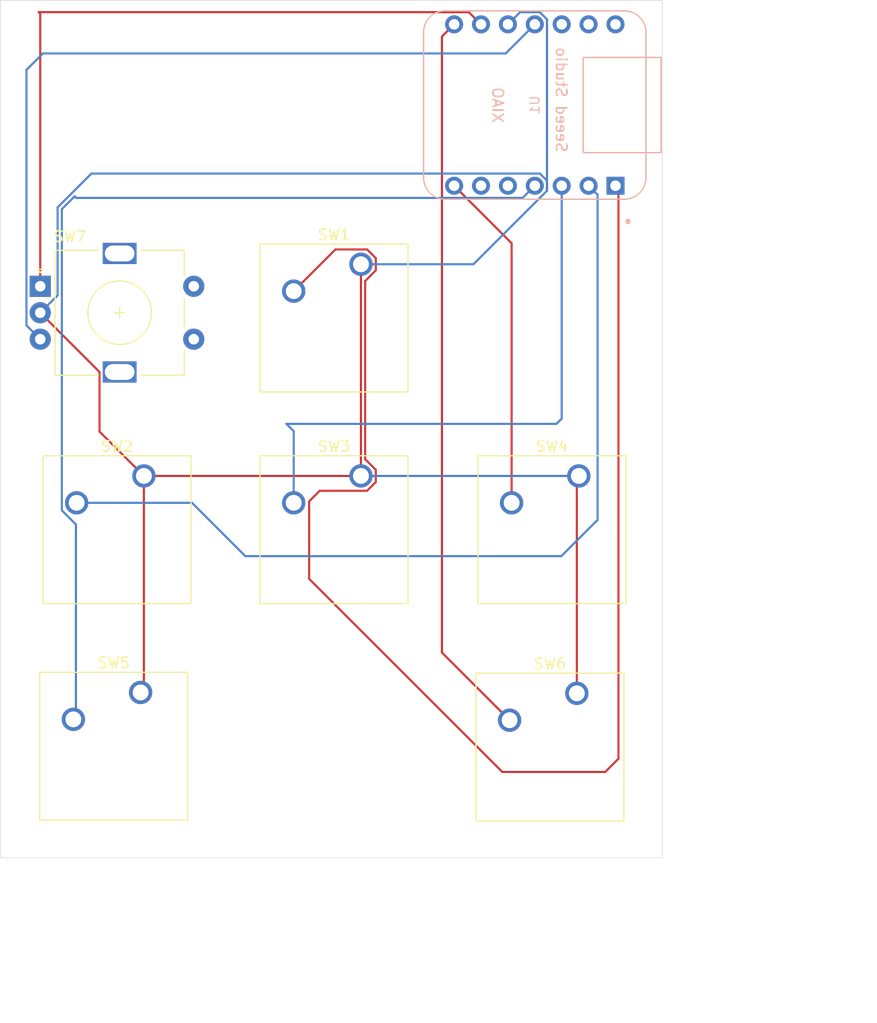
<source format=kicad_pcb>
(kicad_pcb (version 20240108) (generator "pcbnew") (generator_version "8.0")
  (layers (0 "F.Cu" signal) (31 "B.Cu" signal) (34 "B.Paste" user) (35 "F.Paste" user) (36 "B.SilkS" user "B.Silkscreen") (37 "F.SilkS" user "F.Silkscreen") (38 "B.Mask" user) (39 "F.Mask" user) (44 "Edge.Cuts" user))
  (net 0 "")
  (net 1 "GND")
  (net 2 "1")
  (net 3 "2")
  (net 4 "3")
  (net 5 "5")
  (net 6 "4")
  (net 7 "6")
  (net 8 "B")
  (net 9 "A")
  (footprint "Button_Switch_Keyboard:SW_Cherry_MX_1.00u_PCB" (layer "F.Cu") (at 102.23 135.88)
    (property "Reference" "SW5" (at -2.54 -2.794 0) (layer "F.SilkS"))
    (property "Value" "SW_Push")
    (fp_line (start -9.525 -1.905) (end 4.445 -1.905) (stroke (width 0.12)) (layer "F.SilkS"))
    (fp_line (start -9.525 12.065) (end -9.525 -1.905) (stroke (width 0.12)) (layer "F.SilkS"))
    (fp_line (start 4.445 -1.905) (end 4.445 12.065) (stroke (width 0.12)) (layer "F.SilkS"))
    (fp_line (start 4.445 12.065) (end -9.525 12.065) (stroke (width 0.12)) (layer "F.SilkS"))
    (pad "" np_thru_hole circle (at -7.62 5.08) (size 1.7 1.7) (drill 1.7) (layers "*.Cu" "*.Mask"))
    (pad "" np_thru_hole circle (at -2.54 5.08) (size 4 4) (drill 4) (layers "*.Cu" "*.Mask"))
    (pad "" np_thru_hole circle (at 2.54 5.08) (size 1.7 1.7) (drill 1.7) (layers "*.Cu" "*.Mask"))
    (pad "1" thru_hole circle (at 0 0) (size 2.2 2.2) (drill 1.5) (layers "*.Cu" "*.Mask") (net 1 "GND"))
    (pad "2" thru_hole circle (at -6.35 2.54) (size 2.2 2.2) (drill 1.5) (layers "*.Cu" "*.Mask") (net 6 "4"))
  )
  (footprint "Button_Switch_Keyboard:SW_Cherry_MX_1.00u_PCB" (layer "F.Cu") (at 143.43 135.96)
    (property "Reference" "SW6" (at -2.54 -2.794 0) (layer "F.SilkS"))
    (property "Value" "SW_Push")
    (fp_line (start -9.525 -1.905) (end 4.445 -1.905) (stroke (width 0.12)) (layer "F.SilkS"))
    (fp_line (start -9.525 12.065) (end -9.525 -1.905) (stroke (width 0.12)) (layer "F.SilkS"))
    (fp_line (start 4.445 -1.905) (end 4.445 12.065) (stroke (width 0.12)) (layer "F.SilkS"))
    (fp_line (start 4.445 12.065) (end -9.525 12.065) (stroke (width 0.12)) (layer "F.SilkS"))
    (pad "" np_thru_hole circle (at -7.62 5.08) (size 1.7 1.7) (drill 1.7) (layers "*.Cu" "*.Mask"))
    (pad "" np_thru_hole circle (at -2.54 5.08) (size 4 4) (drill 4) (layers "*.Cu" "*.Mask"))
    (pad "" np_thru_hole circle (at 2.54 5.08) (size 1.7 1.7) (drill 1.7) (layers "*.Cu" "*.Mask"))
    (pad "1" thru_hole circle (at 0 0) (size 2.2 2.2) (drill 1.5) (layers "*.Cu" "*.Mask") (net 1 "GND"))
    (pad "2" thru_hole circle (at -6.35 2.54) (size 2.2 2.2) (drill 1.5) (layers "*.Cu" "*.Mask") (net 7 "6"))
  )
  (footprint "Button_Switch_Keyboard:SW_Cherry_MX_1.00u_PCB" (layer "F.Cu") (at 102.54 115.42)
    (property "Reference" "SW2" (at -2.54 -2.794 0) (layer "F.SilkS"))
    (property "Value" "SW_Push")
    (fp_line (start -9.525 -1.905) (end 4.445 -1.905) (stroke (width 0.12)) (layer "F.SilkS"))
    (fp_line (start -9.525 12.065) (end -9.525 -1.905) (stroke (width 0.12)) (layer "F.SilkS"))
    (fp_line (start 4.445 -1.905) (end 4.445 12.065) (stroke (width 0.12)) (layer "F.SilkS"))
    (fp_line (start 4.445 12.065) (end -9.525 12.065) (stroke (width 0.12)) (layer "F.SilkS"))
    (pad "" np_thru_hole circle (at -7.62 5.08) (size 1.7 1.7) (drill 1.7) (layers "*.Cu" "*.Mask"))
    (pad "" np_thru_hole circle (at -2.54 5.08) (size 4 4) (drill 4) (layers "*.Cu" "*.Mask"))
    (pad "" np_thru_hole circle (at 2.54 5.08) (size 1.7 1.7) (drill 1.7) (layers "*.Cu" "*.Mask"))
    (pad "1" thru_hole circle (at 0 0) (size 2.2 2.2) (drill 1.5) (layers "*.Cu" "*.Mask") (net 1 "GND"))
    (pad "2" thru_hole circle (at -6.35 2.54) (size 2.2 2.2) (drill 1.5) (layers "*.Cu" "*.Mask") (net 3 "2"))
  )
  (footprint "Button_Switch_Keyboard:SW_Cherry_MX_1.00u_PCB" (layer "F.Cu") (at 143.62 115.42)
    (property "Reference" "SW4" (at -2.54 -2.794 0) (layer "F.SilkS"))
    (property "Value" "SW_Push")
    (fp_line (start -9.525 -1.905) (end 4.445 -1.905) (stroke (width 0.12)) (layer "F.SilkS"))
    (fp_line (start -9.525 12.065) (end -9.525 -1.905) (stroke (width 0.12)) (layer "F.SilkS"))
    (fp_line (start 4.445 -1.905) (end 4.445 12.065) (stroke (width 0.12)) (layer "F.SilkS"))
    (fp_line (start 4.445 12.065) (end -9.525 12.065) (stroke (width 0.12)) (layer "F.SilkS"))
    (pad "" np_thru_hole circle (at -7.62 5.08) (size 1.7 1.7) (drill 1.7) (layers "*.Cu" "*.Mask"))
    (pad "" np_thru_hole circle (at -2.54 5.08) (size 4 4) (drill 4) (layers "*.Cu" "*.Mask"))
    (pad "" np_thru_hole circle (at 2.54 5.08) (size 1.7 1.7) (drill 1.7) (layers "*.Cu" "*.Mask"))
    (pad "1" thru_hole circle (at 0 0) (size 2.2 2.2) (drill 1.5) (layers "*.Cu" "*.Mask") (net 1 "GND"))
    (pad "2" thru_hole circle (at -6.35 2.54) (size 2.2 2.2) (drill 1.5) (layers "*.Cu" "*.Mask") (net 5 "5"))
  )
  (footprint "Rotary_Encoder:RotaryEncoder_Alps_EC11E-Switch_Vertical_H20mm" (layer "F.Cu") (at 92.75 97.5)
    (property "Reference" "SW7" (at 2.8 -4.7 0) (layer "F.SilkS"))
    (property "Value" "RotaryEncoder")
    (fp_line (start -0.3 -1.6) (end 0.3 -1.6) (stroke (width 0.12)) (layer "F.SilkS"))
    (fp_line (start 0 -1.3) (end -0.3 -1.6) (stroke (width 0.12)) (layer "F.SilkS"))
    (fp_line (start 0.3 -1.6) (end 0 -1.3) (stroke (width 0.12)) (layer "F.SilkS"))
    (fp_line (start 1.4 -3.4) (end 1.4 8.4) (stroke (width 0.12)) (layer "F.SilkS"))
    (fp_line (start 5.5 -3.4) (end 1.4 -3.4) (stroke (width 0.12)) (layer "F.SilkS"))
    (fp_line (start 5.5 8.4) (end 1.4 8.4) (stroke (width 0.12)) (layer "F.SilkS"))
    (fp_line (start 7 2.5) (end 8 2.5) (stroke (width 0.12)) (layer "F.SilkS"))
    (fp_line (start 7.5 2) (end 7.5 3) (stroke (width 0.12)) (layer "F.SilkS"))
    (fp_line (start 9.5 -3.4) (end 13.6 -3.4) (stroke (width 0.12)) (layer "F.SilkS"))
    (fp_line (start 13.6 -3.4) (end 13.6 -1) (stroke (width 0.12)) (layer "F.SilkS"))
    (fp_line (start 13.6 1.2) (end 13.6 3.8) (stroke (width 0.12)) (layer "F.SilkS"))
    (fp_line (start 13.6 6) (end 13.6 8.4) (stroke (width 0.12)) (layer "F.SilkS"))
    (fp_line (start 13.6 8.4) (end 9.5 8.4) (stroke (width 0.12)) (layer "F.SilkS"))
    (fp_circle (center 7.5 2.5) (end 10.5 2.5) (stroke (width 0.12)) (fill none) (layer "F.SilkS"))
    (pad "A" thru_hole rect (at 0 0) (size 2 2) (drill 1) (layers "*.Cu" "*.Mask") (net 9 "A"))
    (pad "B" thru_hole circle (at 0 5) (size 2 2) (drill 1) (layers "*.Cu" "*.Mask") (net 8 "B"))
    (pad "C" thru_hole circle (at 0 2.5) (size 2 2) (drill 1) (layers "*.Cu" "*.Mask") (net 1 "GND"))
    (pad "MP" thru_hole rect (at 7.5 -3.1) (size 3.2 2) (drill oval 2.8 1.5) (layers "*.Cu" "*.Mask"))
    (pad "MP" thru_hole rect (at 7.5 8.1) (size 3.2 2) (drill oval 2.8 1.5) (layers "*.Cu" "*.Mask"))
    (pad "S1" thru_hole circle (at 14.5 5) (size 2 2) (drill 1) (layers "*.Cu" "*.Mask"))
    (pad "S2" thru_hole circle (at 14.5 0) (size 2 2) (drill 1) (layers "*.Cu" "*.Mask"))
  )
  (footprint "Button_Switch_Keyboard:SW_Cherry_MX_1.00u_PCB" (layer "F.Cu") (at 123.04 95.42)
    (property "Reference" "SW1" (at -2.54 -2.794 0) (layer "F.SilkS"))
    (property "Value" "SW_Push")
    (fp_line (start -9.525 -1.905) (end 4.445 -1.905) (stroke (width 0.12)) (layer "F.SilkS"))
    (fp_line (start -9.525 12.065) (end -9.525 -1.905) (stroke (width 0.12)) (layer "F.SilkS"))
    (fp_line (start 4.445 -1.905) (end 4.445 12.065) (stroke (width 0.12)) (layer "F.SilkS"))
    (fp_line (start 4.445 12.065) (end -9.525 12.065) (stroke (width 0.12)) (layer "F.SilkS"))
    (pad "" np_thru_hole circle (at -7.62 5.08) (size 1.7 1.7) (drill 1.7) (layers "*.Cu" "*.Mask"))
    (pad "" np_thru_hole circle (at -2.54 5.08) (size 4 4) (drill 4) (layers "*.Cu" "*.Mask"))
    (pad "" np_thru_hole circle (at 2.54 5.08) (size 1.7 1.7) (drill 1.7) (layers "*.Cu" "*.Mask"))
    (pad "1" thru_hole circle (at 0 0) (size 2.2 2.2) (drill 1.5) (layers "*.Cu" "*.Mask") (net 1 "GND"))
    (pad "2" thru_hole circle (at -6.35 2.54) (size 2.2 2.2) (drill 1.5) (layers "*.Cu" "*.Mask") (net 2 "1"))
  )
  (footprint "Button_Switch_Keyboard:SW_Cherry_MX_1.00u_PCB" (layer "F.Cu") (at 123.04 115.42)
    (property "Reference" "SW3" (at -2.54 -2.794 0) (layer "F.SilkS"))
    (property "Value" "SW_Push")
    (fp_line (start -9.525 -1.905) (end 4.445 -1.905) (stroke (width 0.12)) (layer "F.SilkS"))
    (fp_line (start -9.525 12.065) (end -9.525 -1.905) (stroke (width 0.12)) (layer "F.SilkS"))
    (fp_line (start 4.445 -1.905) (end 4.445 12.065) (stroke (width 0.12)) (layer "F.SilkS"))
    (fp_line (start 4.445 12.065) (end -9.525 12.065) (stroke (width 0.12)) (layer "F.SilkS"))
    (pad "" np_thru_hole circle (at -7.62 5.08) (size 1.7 1.7) (drill 1.7) (layers "*.Cu" "*.Mask"))
    (pad "" np_thru_hole circle (at -2.54 5.08) (size 4 4) (drill 4) (layers "*.Cu" "*.Mask"))
    (pad "" np_thru_hole circle (at 2.54 5.08) (size 1.7 1.7) (drill 1.7) (layers "*.Cu" "*.Mask"))
    (pad "1" thru_hole circle (at 0 0) (size 2.2 2.2) (drill 1.5) (layers "*.Cu" "*.Mask") (net 1 "GND"))
    (pad "2" thru_hole circle (at -6.35 2.54) (size 2.2 2.2) (drill 1.5) (layers "*.Cu" "*.Mask") (net 4 "3"))
  )
  (footprint "Seeed Studio XIAO Series Library:XIAO-Generic-Thruhole-14P-2.54-21X17.8MM" (layer "B.Cu") (at 139.46 80.375 90)
    (property "Reference" "U1" (at 0 0 90) (layer "B.SilkS") (effects (font (size 0.889 0.889) (thickness 0.1016)) (justify mirror)))
    (property "Value" "Seeed Studio XIAO SAMD21" (hide yes))
    (fp_line (start 6.9 -10.5) (end -6.9 -10.5) (stroke (width 0.127)) (layer "B.SilkS"))
    (fp_line (start -8.9 -8.5) (end -8.9 8.5) (stroke (width 0.127)) (layer "B.SilkS"))
    (fp_line (start 4.5 4.57073) (end 4.5 11.92403) (stroke (width 0.127)) (layer "B.SilkS"))
    (fp_line (start -4.5 4.57073) (end 4.5 4.57073) (stroke (width 0.127)) (layer "B.SilkS"))
    (fp_line (start 8.9 8.5) (end 8.9 -8.5) (stroke (width 0.127)) (layer "B.SilkS"))
    (fp_line (start -6.9 10.49909) (end 6.9 10.49909) (stroke (width 0.127)) (layer "B.SilkS"))
    (fp_line (start 4.5 11.92403) (end -4.5 11.92403) (stroke (width 0.127)) (layer "B.SilkS"))
    (fp_line (start -4.5 11.92403) (end -4.5 4.57073) (stroke (width 0.127)) (layer "B.SilkS"))
    (fp_arc (start 6.9 -10.5) (mid 8.314214 -9.914214) (end 8.9 -8.5) (stroke (width 0.12)) (layer "B.SilkS"))
    (fp_arc (start -8.9 -8.5) (mid -8.301423 -9.901423) (end -6.9 -10.5) (stroke (width 0.12)) (layer "B.SilkS"))
    (fp_arc (start 8.9 8.5) (mid 8.301492 9.901492) (end 6.9 10.5) (stroke (width 0.12)) (layer "B.SilkS"))
    (fp_arc (start -6.9 10.5) (mid -8.301491 9.901491) (end -8.9 8.5) (stroke (width 0.12)) (layer "B.SilkS"))
    (fp_circle (center -11 8.8) (end -11 9.054) (fill solid) (layer "B.SilkS"))
    (fp_poly (pts (xy -8.887715 8.561705) (xy -8.884667 8.610473) (xy -8.880603 8.659494)) (stroke (width 0.0254)) (fill none) (layer "B.SilkS"))
    (fp_poly (pts (xy 8.889492 -8.521574) (xy 8.887713 -8.57085) (xy 8.884665 -8.619618) (xy 8.880601 -8.668639) (xy 8.875268 -8.717407) (xy 8.868664 -8.766175) (xy 8.861044 -8.81469) (xy 8.852153 -8.86295) (xy 8.842248 -8.910955)) (stroke (width 0.0254)) (fill none) (layer "B.SilkS"))
    (fp_text user "XIAO" (at 0 -3.5 -90) (layer "B.SilkS") (effects (justify mirror)))
    (fp_text user "Seeed Studio" (at 0.5 2.5 -90) (layer "B.SilkS") (effects (justify mirror)))
    (pad "1" thru_hole rect (at -7.625 7.62 90) (size 1.7 1.7) (drill 1) (layers "*.Cu" "*.Mask") (net 2 "1"))
    (pad "2" thru_hole circle (at -7.625 5.08 90) (size 1.7 1.7) (drill 1) (layers "*.Cu" "*.Mask") (net 3 "2"))
    (pad "3" thru_hole circle (at -7.625 2.54 90) (size 1.7 1.7) (drill 1) (layers "*.Cu" "*.Mask") (net 4 "3"))
    (pad "4" thru_hole circle (at -7.625 0 90) (size 1.7 1.7) (drill 1) (layers "*.Cu" "*.Mask") (net 6 "4"))
    (pad "5" thru_hole circle (at -7.625 -2.54 90) (size 1.7 1.7) (drill 1) (layers "*.Cu" "*.Mask"))
    (pad "6" thru_hole circle (at -7.625 -5.08 270) (size 1.7 1.7) (drill 1) (layers "*.Cu" "*.Mask"))
    (pad "7" thru_hole circle (at -7.625 -7.62 90) (size 1.7 1.7) (drill 1) (layers "*.Cu" "*.Mask") (net 5 "5"))
    (pad "8" thru_hole circle (at 7.625 -7.62 90) (size 1.7 1.7) (drill 1) (layers "*.Cu" "*.Mask") (net 7 "6"))
    (pad "9" thru_hole circle (at 7.625 -5.08 90) (size 1.7 1.7) (drill 1) (layers "*.Cu" "*.Mask") (net 9 "A"))
    (pad "10" thru_hole circle (at 7.625 -2.54 90) (size 1.7 1.7) (drill 1) (layers "*.Cu" "*.Mask") (net 1 "GND"))
    (pad "11" thru_hole circle (at 7.625 0 90) (size 1.7 1.7) (drill 1) (layers "*.Cu" "*.Mask") (net 8 "B"))
    (pad "12" thru_hole circle (at 7.625 2.54 90) (size 1.7 1.7) (drill 1) (layers "*.Cu" "*.Mask"))
    (pad "13" thru_hole circle (at 7.625 5.08 90) (size 1.7 1.7) (drill 1) (layers "*.Cu" "*.Mask"))
    (pad "14" thru_hole circle (at 7.625 7.62 90) (size 1.7 1.7) (drill 1) (layers "*.Cu" "*.Mask"))
  )
  (gr_rect (start 89 70.5) (end 151.5 151.5) (stroke (width 0.05)) (fill none) (layer "Edge.Cuts"))
  (segment (start 102.54 135.57) (end 102.54 115.42) (width 0.2) (layer "F.Cu") (net 1))
  (segment (start 98.35 105.6) (end 98.35 111.23) (width 0.2) (layer "F.Cu") (net 1))
  (segment (start 123.04 115.42) (end 123.04 95.42) (width 0.2) (layer "F.Cu") (net 1))
  (segment (start 92.75 100) (end 98.35 105.6) (width 0.2) (layer "F.Cu") (net 1))
  (segment (start 123.04 95.42) (end 122.76 95.7) (width 0.2) (layer "F.Cu") (net 1))
  (segment (start 102.23 135.88) (end 102.54 135.57) (width 0.2) (layer "F.Cu") (net 1))
  (segment (start 98.35 111.23) (end 102.54 115.42) (width 0.2) (layer "F.Cu") (net 1))
  (segment (start 143.43 135.96) (end 143.43 115.61) (width 0.2) (layer "F.Cu") (net 1))
  (segment (start 143.43 115.61) (end 143.62 115.42) (width 0.2) (layer "F.Cu") (net 1))
  (segment (start 102.54 115.42) (end 123.04 115.42) (width 0.2) (layer "F.Cu") (net 1))
  (segment (start 140.61 88.476346) (end 133.666346 95.42) (width 0.2) (layer "B.Cu") (net 1))
  (segment (start 143.62 115.42) (end 123.04 115.42) (width 0.2) (layer "B.Cu") (net 1))
  (segment (start 139.936346 86.85) (end 140.61 87.523654) (width 0.2) (layer "B.Cu") (net 1))
  (segment (start 92.75 100) (end 94.39 98.36) (width 0.2) (layer "B.Cu") (net 1))
  (segment (start 140.61 87.523654) (end 140.61 88.476346) (width 0.2) (layer "B.Cu") (net 1))
  (segment (start 94.39 98.36) (end 94.39 90.044314) (width 0.2) (layer "B.Cu") (net 1))
  (segment (start 138.07 71.6) (end 139.936346 71.6) (width 0.2) (layer "B.Cu") (net 1))
  (segment (start 136.92 72.75) (end 138.07 71.6) (width 0.2) (layer "B.Cu") (net 1))
  (segment (start 133.666346 95.42) (end 123.04 95.42) (width 0.2) (layer "B.Cu") (net 1))
  (segment (start 140.61 72.273654) (end 140.61 88.476346) (width 0.2) (layer "B.Cu") (net 1))
  (segment (start 97.584314 86.85) (end 139.936346 86.85) (width 0.2) (layer "B.Cu") (net 1))
  (segment (start 94.39 90.044314) (end 97.584314 86.85) (width 0.2) (layer "B.Cu") (net 1))
  (segment (start 139.936346 71.6) (end 140.61 72.273654) (width 0.2) (layer "B.Cu") (net 1))
  (segment (start 124.44 114.840101) (end 123.44 113.840101) (width 0.2) (layer "F.Cu") (net 2))
  (segment (start 136.39 143.39) (end 118.15 125.15) (width 0.2) (layer "F.Cu") (net 2))
  (segment (start 123.44 96.999899) (end 124.44 95.999899) (width 0.2) (layer "F.Cu") (net 2))
  (segment (start 124.44 115.999899) (end 124.44 114.840101) (width 0.2) (layer "F.Cu") (net 2))
  (segment (start 147.36 88.28) (end 147.36 142.14) (width 0.2) (layer "F.Cu") (net 2))
  (segment (start 124.44 95.999899) (end 124.44 94.840101) (width 0.2) (layer "F.Cu") (net 2))
  (segment (start 118.15 125.15) (end 118.15 117.82) (width 0.2) (layer "F.Cu") (net 2))
  (segment (start 147.08 88) (end 147.36 88.28) (width 0.2) (layer "F.Cu") (net 2))
  (segment (start 123.619899 116.82) (end 124.44 115.999899) (width 0.2) (layer "F.Cu") (net 2))
  (segment (start 120.63 94.02) (end 116.69 97.96) (width 0.2) (layer "F.Cu") (net 2))
  (segment (start 118.15 117.82) (end 119.15 116.82) (width 0.2) (layer "F.Cu") (net 2))
  (segment (start 124.44 94.840101) (end 123.619899 94.02) (width 0.2) (layer "F.Cu") (net 2))
  (segment (start 146.11 143.39) (end 136.39 143.39) (width 0.2) (layer "F.Cu") (net 2))
  (segment (start 119.15 116.82) (end 123.619899 116.82) (width 0.2) (layer "F.Cu") (net 2))
  (segment (start 123.44 113.840101) (end 123.44 96.999899) (width 0.2) (layer "F.Cu") (net 2))
  (segment (start 147.36 142.14) (end 146.11 143.39) (width 0.2) (layer "F.Cu") (net 2))
  (segment (start 123.619899 94.02) (end 120.63 94.02) (width 0.2) (layer "F.Cu") (net 2))
  (segment (start 145.39 88.85) (end 145.39 119.572944) (width 0.2) (layer "B.Cu") (net 3))
  (segment (start 145.39 119.572944) (end 141.962944 123) (width 0.2) (layer "B.Cu") (net 3))
  (segment (start 112.120101 123) (end 107.080101 117.96) (width 0.2) (layer "B.Cu") (net 3))
  (segment (start 144.54 88) (end 145.39 88.85) (width 0.2) (layer "B.Cu") (net 3))
  (segment (start 107.080101 117.96) (end 96.19 117.96) (width 0.2) (layer "B.Cu") (net 3))
  (segment (start 141.962944 123) (end 112.120101 123) (width 0.2) (layer "B.Cu") (net 3))
  (segment (start 141.5 110.5) (end 116 110.5) (width 0.2) (layer "B.Cu") (net 4))
  (segment (start 116.69 111.19) (end 116.69 117.96) (width 0.2) (layer "B.Cu") (net 4))
  (segment (start 142 88) (end 142 110) (width 0.2) (layer "B.Cu") (net 4))
  (segment (start 142 110) (end 141.5 110.5) (width 0.2) (layer "B.Cu") (net 4))
  (segment (start 116 110.5) (end 116.69 111.19) (width 0.2) (layer "B.Cu") (net 4))
  (segment (start 131.84 88) (end 137.27 93.43) (width 0.2) (layer "F.Cu") (net 5))
  (segment (start 137.27 93.43) (end 137.27 117.96) (width 0.2) (layer "F.Cu") (net 5))
  (segment (start 96 89) (end 94.79 90.21) (width 0.2) (layer "B.Cu") (net 6))
  (segment (start 96.15 89.15) (end 96 89) (width 0.2) (layer "B.Cu") (net 6))
  (segment (start 94.79 118.672944) (end 96.12 120.002944) (width 0.2) (layer "B.Cu") (net 6))
  (segment (start 139.46 88) (end 138.31 89.15) (width 0.2) (layer "B.Cu") (net 6))
  (segment (start 138.31 89.15) (end 96.15 89.15) (width 0.2) (layer "B.Cu") (net 6))
  (segment (start 94.79 90.21) (end 94.79 118.672944) (width 0.2) (layer "B.Cu") (net 6))
  (segment (start 96.12 120.002944) (end 96.12 138.18) (width 0.2) (layer "B.Cu") (net 6))
  (segment (start 96.12 138.18) (end 95.88 138.42) (width 0.2) (layer "B.Cu") (net 6))
  (segment (start 130.69 73.9) (end 130.69 132.11) (width 0.2) (layer "F.Cu") (net 7))
  (segment (start 131.84 72.75) (end 130.69 73.9) (width 0.2) (layer "F.Cu") (net 7))
  (segment (start 130.69 132.11) (end 137.08 138.5) (width 0.2) (layer "F.Cu") (net 7))
  (segment (start 91.45 77.05) (end 91.45 101.2) (width 0.2) (layer "B.Cu") (net 8))
  (segment (start 139.46 72.75) (end 136.71 75.5) (width 0.2) (layer "B.Cu") (net 8))
  (segment (start 91.45 101.2) (end 92.75 102.5) (width 0.2) (layer "B.Cu") (net 8))
  (segment (start 93 75.5) (end 91.45 77.05) (width 0.2) (layer "B.Cu") (net 8))
  (segment (start 136.71 75.5) (end 93 75.5) (width 0.2) (layer "B.Cu") (net 8))
  (segment (start 92.75 71.75) (end 92.75 97.5) (width 0.2) (layer "F.Cu") (net 9))
  (segment (start 134.38 72.75) (end 133.23 71.6) (width 0.2) (layer "F.Cu") (net 9))
  (segment (start 92.6 71.6) (end 92.75 71.75) (width 0.2) (layer "F.Cu") (net 9))
  (segment (start 133.23 71.6) (end 92.6 71.6) (width 0.2) (layer "F.Cu") (net 9))
)
</source>
